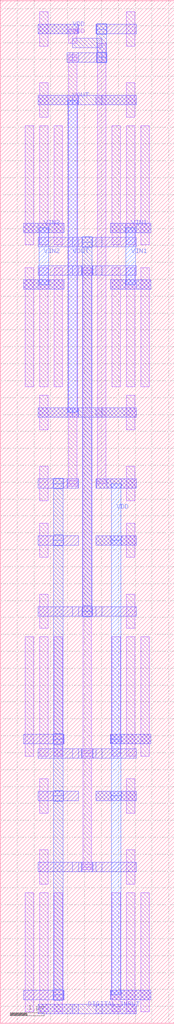
<source format=lef>
MACRO SW
  ORIGIN 0 0 ;
  FOREIGN SW 0 0 ;
  SIZE 5.16 BY 30.24 ;
  PIN VDD
    DIRECTION INOUT ;
    USE SIGNAL ;
    PORT 
      LAYER M2 ;
        RECT 3.27 0.7 4.47 0.98 ;
      LAYER M2 ;
        RECT 2.84 6.58 4.04 6.86 ;
      LAYER M2 ;
        RECT 3.27 8.26 4.47 8.54 ;
      LAYER M2 ;
        RECT 2.84 14.14 4.04 14.42 ;
      LAYER M2 ;
        RECT 2.84 15.82 4.04 16.1 ;
      LAYER M2 ;
        RECT 1.12 29.26 2.32 29.54 ;
      LAYER M2 ;
        RECT 3.28 0.7 3.6 0.98 ;
      LAYER M3 ;
        RECT 3.3 0.84 3.58 6.72 ;
      LAYER M2 ;
        RECT 3.28 6.58 3.6 6.86 ;
      LAYER M3 ;
        RECT 3.3 6.72 3.58 8.4 ;
      LAYER M2 ;
        RECT 3.28 8.26 3.6 8.54 ;
      LAYER M3 ;
        RECT 3.3 8.4 3.58 14.28 ;
      LAYER M2 ;
        RECT 3.28 14.14 3.6 14.42 ;
      LAYER M3 ;
        RECT 3.3 14.28 3.58 15.96 ;
      LAYER M2 ;
        RECT 3.28 15.82 3.6 16.1 ;
      LAYER M2 ;
        RECT 2.85 15.82 3.17 16.1 ;
      LAYER M1 ;
        RECT 2.885 15.96 3.135 28.98 ;
      LAYER M2 ;
        RECT 2.15 28.84 3.01 29.12 ;
      LAYER M1 ;
        RECT 2.025 28.98 2.275 29.4 ;
      LAYER M2 ;
        RECT 1.99 29.26 2.31 29.54 ;
    END
  END VDD
  PIN DIGITAL_INPUT
    DIRECTION INOUT ;
    USE SIGNAL ;
    PORT 
      LAYER M2 ;
        RECT 1.12 0.28 2.32 0.56 ;
      LAYER M2 ;
        RECT 2.84 0.28 4.04 0.56 ;
      LAYER M2 ;
        RECT 2.15 0.28 3.01 0.56 ;
    END
  END DIGITAL_INPUT
  PIN VOUT
    DIRECTION INOUT ;
    USE SIGNAL ;
    PORT 
      LAYER M2 ;
        RECT 1.12 17.92 2.32 18.2 ;
      LAYER M2 ;
        RECT 2.84 17.92 4.04 18.2 ;
      LAYER M2 ;
        RECT 2.15 17.92 3.01 18.2 ;
      LAYER M2 ;
        RECT 1.12 27.16 2.32 27.44 ;
      LAYER M2 ;
        RECT 2.84 27.16 4.04 27.44 ;
      LAYER M2 ;
        RECT 2.15 27.16 3.01 27.44 ;
      LAYER M2 ;
        RECT 1.99 17.92 2.31 18.2 ;
      LAYER M3 ;
        RECT 2.01 18.06 2.29 27.3 ;
      LAYER M2 ;
        RECT 1.99 27.16 2.31 27.44 ;
    END
  END VOUT
  PIN VIN2
    DIRECTION INOUT ;
    USE SIGNAL ;
    PORT 
      LAYER M2 ;
        RECT 0.69 21.7 1.89 21.98 ;
      LAYER M2 ;
        RECT 0.69 23.38 1.89 23.66 ;
      LAYER M2 ;
        RECT 1.13 21.7 1.45 21.98 ;
      LAYER M3 ;
        RECT 1.15 21.84 1.43 23.52 ;
      LAYER M2 ;
        RECT 1.13 23.38 1.45 23.66 ;
    END
  END VIN2
  PIN VIN1
    DIRECTION INOUT ;
    USE SIGNAL ;
    PORT 
      LAYER M2 ;
        RECT 3.27 21.7 4.47 21.98 ;
      LAYER M2 ;
        RECT 3.27 23.38 4.47 23.66 ;
      LAYER M2 ;
        RECT 3.71 21.7 4.03 21.98 ;
      LAYER M3 ;
        RECT 3.73 21.84 4.01 23.52 ;
      LAYER M2 ;
        RECT 3.71 23.38 4.03 23.66 ;
    END
  END VIN1
  OBS 
  LAYER M2 ;
        RECT 1.12 4.48 2.32 4.76 ;
  LAYER M2 ;
        RECT 2.84 4.48 4.04 4.76 ;
  LAYER M2 ;
        RECT 2.15 4.48 3.01 4.76 ;
  LAYER M2 ;
        RECT 1.12 7.84 2.32 8.12 ;
  LAYER M2 ;
        RECT 2.84 7.84 4.04 8.12 ;
  LAYER M2 ;
        RECT 2.15 7.84 3.01 8.12 ;
  LAYER M2 ;
        RECT 1.12 22.12 2.32 22.4 ;
  LAYER M2 ;
        RECT 2.84 22.12 4.04 22.4 ;
  LAYER M2 ;
        RECT 2.15 22.12 3.01 22.4 ;
  LAYER M2 ;
        RECT 2.42 4.48 2.74 4.76 ;
  LAYER M1 ;
        RECT 2.455 4.62 2.705 7.98 ;
  LAYER M2 ;
        RECT 2.42 7.84 2.74 8.12 ;
  LAYER M1 ;
        RECT 2.455 7.98 2.705 22.26 ;
  LAYER M2 ;
        RECT 2.42 22.12 2.74 22.4 ;
  LAYER M1 ;
        RECT 2.455 4.535 2.705 4.705 ;
  LAYER M2 ;
        RECT 2.41 4.48 2.75 4.76 ;
  LAYER M1 ;
        RECT 2.455 7.895 2.705 8.065 ;
  LAYER M2 ;
        RECT 2.41 7.84 2.75 8.12 ;
  LAYER M1 ;
        RECT 2.455 4.535 2.705 4.705 ;
  LAYER M2 ;
        RECT 2.41 4.48 2.75 4.76 ;
  LAYER M1 ;
        RECT 2.455 7.895 2.705 8.065 ;
  LAYER M2 ;
        RECT 2.41 7.84 2.75 8.12 ;
  LAYER M1 ;
        RECT 2.455 4.535 2.705 4.705 ;
  LAYER M2 ;
        RECT 2.41 4.48 2.75 4.76 ;
  LAYER M1 ;
        RECT 2.455 7.895 2.705 8.065 ;
  LAYER M2 ;
        RECT 2.41 7.84 2.75 8.12 ;
  LAYER M1 ;
        RECT 2.455 22.175 2.705 22.345 ;
  LAYER M2 ;
        RECT 2.41 22.12 2.75 22.4 ;
  LAYER M1 ;
        RECT 2.455 4.535 2.705 4.705 ;
  LAYER M2 ;
        RECT 2.41 4.48 2.75 4.76 ;
  LAYER M1 ;
        RECT 2.455 7.895 2.705 8.065 ;
  LAYER M2 ;
        RECT 2.41 7.84 2.75 8.12 ;
  LAYER M1 ;
        RECT 2.455 22.175 2.705 22.345 ;
  LAYER M2 ;
        RECT 2.41 22.12 2.75 22.4 ;
  LAYER M2 ;
        RECT 0.69 0.7 1.89 0.98 ;
  LAYER M2 ;
        RECT 1.12 6.58 2.32 6.86 ;
  LAYER M2 ;
        RECT 0.69 8.26 1.89 8.54 ;
  LAYER M2 ;
        RECT 1.12 14.14 2.32 14.42 ;
  LAYER M2 ;
        RECT 1.12 15.82 2.32 16.1 ;
  LAYER M2 ;
        RECT 2.84 29.26 4.04 29.54 ;
  LAYER M2 ;
        RECT 1.56 0.7 1.88 0.98 ;
  LAYER M3 ;
        RECT 1.58 0.84 1.86 6.72 ;
  LAYER M2 ;
        RECT 1.56 6.58 1.88 6.86 ;
  LAYER M3 ;
        RECT 1.58 6.72 1.86 8.4 ;
  LAYER M2 ;
        RECT 1.56 8.26 1.88 8.54 ;
  LAYER M3 ;
        RECT 1.58 8.4 1.86 14.28 ;
  LAYER M2 ;
        RECT 1.56 14.14 1.88 14.42 ;
  LAYER M3 ;
        RECT 1.58 14.28 1.86 15.96 ;
  LAYER M2 ;
        RECT 1.56 15.82 1.88 16.1 ;
  LAYER M2 ;
        RECT 1.99 15.82 2.31 16.1 ;
  LAYER M1 ;
        RECT 2.025 15.96 2.275 28.56 ;
  LAYER M2 ;
        RECT 2.15 28.42 3.01 28.7 ;
  LAYER M3 ;
        RECT 2.87 28.56 3.15 29.4 ;
  LAYER M2 ;
        RECT 2.85 29.26 3.17 29.54 ;
  LAYER M2 ;
        RECT 1.56 0.7 1.88 0.98 ;
  LAYER M3 ;
        RECT 1.58 0.68 1.86 1 ;
  LAYER M2 ;
        RECT 1.56 6.58 1.88 6.86 ;
  LAYER M3 ;
        RECT 1.58 6.56 1.86 6.88 ;
  LAYER M2 ;
        RECT 1.56 0.7 1.88 0.98 ;
  LAYER M3 ;
        RECT 1.58 0.68 1.86 1 ;
  LAYER M2 ;
        RECT 1.56 6.58 1.88 6.86 ;
  LAYER M3 ;
        RECT 1.58 6.56 1.86 6.88 ;
  LAYER M2 ;
        RECT 1.56 0.7 1.88 0.98 ;
  LAYER M3 ;
        RECT 1.58 0.68 1.86 1 ;
  LAYER M2 ;
        RECT 1.56 6.58 1.88 6.86 ;
  LAYER M3 ;
        RECT 1.58 6.56 1.86 6.88 ;
  LAYER M2 ;
        RECT 1.56 8.26 1.88 8.54 ;
  LAYER M3 ;
        RECT 1.58 8.24 1.86 8.56 ;
  LAYER M2 ;
        RECT 1.56 0.7 1.88 0.98 ;
  LAYER M3 ;
        RECT 1.58 0.68 1.86 1 ;
  LAYER M2 ;
        RECT 1.56 6.58 1.88 6.86 ;
  LAYER M3 ;
        RECT 1.58 6.56 1.86 6.88 ;
  LAYER M2 ;
        RECT 1.56 8.26 1.88 8.54 ;
  LAYER M3 ;
        RECT 1.58 8.24 1.86 8.56 ;
  LAYER M2 ;
        RECT 1.56 0.7 1.88 0.98 ;
  LAYER M3 ;
        RECT 1.58 0.68 1.86 1 ;
  LAYER M2 ;
        RECT 1.56 6.58 1.88 6.86 ;
  LAYER M3 ;
        RECT 1.58 6.56 1.86 6.88 ;
  LAYER M2 ;
        RECT 1.56 8.26 1.88 8.54 ;
  LAYER M3 ;
        RECT 1.58 8.24 1.86 8.56 ;
  LAYER M2 ;
        RECT 1.56 14.14 1.88 14.42 ;
  LAYER M3 ;
        RECT 1.58 14.12 1.86 14.44 ;
  LAYER M2 ;
        RECT 1.56 0.7 1.88 0.98 ;
  LAYER M3 ;
        RECT 1.58 0.68 1.86 1 ;
  LAYER M2 ;
        RECT 1.56 6.58 1.88 6.86 ;
  LAYER M3 ;
        RECT 1.58 6.56 1.86 6.88 ;
  LAYER M2 ;
        RECT 1.56 8.26 1.88 8.54 ;
  LAYER M3 ;
        RECT 1.58 8.24 1.86 8.56 ;
  LAYER M2 ;
        RECT 1.56 14.14 1.88 14.42 ;
  LAYER M3 ;
        RECT 1.58 14.12 1.86 14.44 ;
  LAYER M2 ;
        RECT 1.56 0.7 1.88 0.98 ;
  LAYER M3 ;
        RECT 1.58 0.68 1.86 1 ;
  LAYER M2 ;
        RECT 1.56 6.58 1.88 6.86 ;
  LAYER M3 ;
        RECT 1.58 6.56 1.86 6.88 ;
  LAYER M2 ;
        RECT 1.56 8.26 1.88 8.54 ;
  LAYER M3 ;
        RECT 1.58 8.24 1.86 8.56 ;
  LAYER M2 ;
        RECT 1.56 14.14 1.88 14.42 ;
  LAYER M3 ;
        RECT 1.58 14.12 1.86 14.44 ;
  LAYER M2 ;
        RECT 1.56 15.82 1.88 16.1 ;
  LAYER M3 ;
        RECT 1.58 15.8 1.86 16.12 ;
  LAYER M2 ;
        RECT 1.56 0.7 1.88 0.98 ;
  LAYER M3 ;
        RECT 1.58 0.68 1.86 1 ;
  LAYER M2 ;
        RECT 1.56 6.58 1.88 6.86 ;
  LAYER M3 ;
        RECT 1.58 6.56 1.86 6.88 ;
  LAYER M2 ;
        RECT 1.56 8.26 1.88 8.54 ;
  LAYER M3 ;
        RECT 1.58 8.24 1.86 8.56 ;
  LAYER M2 ;
        RECT 1.56 14.14 1.88 14.42 ;
  LAYER M3 ;
        RECT 1.58 14.12 1.86 14.44 ;
  LAYER M2 ;
        RECT 1.56 15.82 1.88 16.1 ;
  LAYER M3 ;
        RECT 1.58 15.8 1.86 16.12 ;
  LAYER M1 ;
        RECT 2.025 15.875 2.275 16.045 ;
  LAYER M2 ;
        RECT 1.98 15.82 2.32 16.1 ;
  LAYER M1 ;
        RECT 2.025 28.475 2.275 28.645 ;
  LAYER M2 ;
        RECT 1.98 28.42 2.32 28.7 ;
  LAYER M2 ;
        RECT 1.56 0.7 1.88 0.98 ;
  LAYER M3 ;
        RECT 1.58 0.68 1.86 1 ;
  LAYER M2 ;
        RECT 1.56 6.58 1.88 6.86 ;
  LAYER M3 ;
        RECT 1.58 6.56 1.86 6.88 ;
  LAYER M2 ;
        RECT 1.56 8.26 1.88 8.54 ;
  LAYER M3 ;
        RECT 1.58 8.24 1.86 8.56 ;
  LAYER M2 ;
        RECT 1.56 14.14 1.88 14.42 ;
  LAYER M3 ;
        RECT 1.58 14.12 1.86 14.44 ;
  LAYER M2 ;
        RECT 1.56 15.82 1.88 16.1 ;
  LAYER M3 ;
        RECT 1.58 15.8 1.86 16.12 ;
  LAYER M2 ;
        RECT 2.85 28.42 3.17 28.7 ;
  LAYER M3 ;
        RECT 2.87 28.4 3.15 28.72 ;
  LAYER M2 ;
        RECT 2.85 29.26 3.17 29.54 ;
  LAYER M3 ;
        RECT 2.87 29.24 3.15 29.56 ;
  LAYER M1 ;
        RECT 2.025 15.875 2.275 16.045 ;
  LAYER M2 ;
        RECT 1.98 15.82 2.32 16.1 ;
  LAYER M1 ;
        RECT 2.025 28.475 2.275 28.645 ;
  LAYER M2 ;
        RECT 1.98 28.42 2.32 28.7 ;
  LAYER M2 ;
        RECT 1.56 0.7 1.88 0.98 ;
  LAYER M3 ;
        RECT 1.58 0.68 1.86 1 ;
  LAYER M2 ;
        RECT 1.56 6.58 1.88 6.86 ;
  LAYER M3 ;
        RECT 1.58 6.56 1.86 6.88 ;
  LAYER M2 ;
        RECT 1.56 8.26 1.88 8.54 ;
  LAYER M3 ;
        RECT 1.58 8.24 1.86 8.56 ;
  LAYER M2 ;
        RECT 1.56 14.14 1.88 14.42 ;
  LAYER M3 ;
        RECT 1.58 14.12 1.86 14.44 ;
  LAYER M2 ;
        RECT 1.56 15.82 1.88 16.1 ;
  LAYER M3 ;
        RECT 1.58 15.8 1.86 16.12 ;
  LAYER M2 ;
        RECT 2.85 28.42 3.17 28.7 ;
  LAYER M3 ;
        RECT 2.87 28.4 3.15 28.72 ;
  LAYER M2 ;
        RECT 2.85 29.26 3.17 29.54 ;
  LAYER M3 ;
        RECT 2.87 29.24 3.15 29.56 ;
  LAYER M2 ;
        RECT 1.12 12.04 2.32 12.32 ;
  LAYER M2 ;
        RECT 2.84 12.04 4.04 12.32 ;
  LAYER M2 ;
        RECT 2.15 12.04 3.01 12.32 ;
  LAYER M2 ;
        RECT 1.12 22.96 2.32 23.24 ;
  LAYER M2 ;
        RECT 2.84 22.96 4.04 23.24 ;
  LAYER M2 ;
        RECT 2.15 22.96 3.01 23.24 ;
  LAYER M2 ;
        RECT 2.42 12.04 2.74 12.32 ;
  LAYER M3 ;
        RECT 2.44 12.18 2.72 23.1 ;
  LAYER M2 ;
        RECT 2.42 22.96 2.74 23.24 ;
  LAYER M2 ;
        RECT 2.42 12.04 2.74 12.32 ;
  LAYER M3 ;
        RECT 2.44 12.02 2.72 12.34 ;
  LAYER M2 ;
        RECT 2.42 22.96 2.74 23.24 ;
  LAYER M3 ;
        RECT 2.44 22.94 2.72 23.26 ;
  LAYER M2 ;
        RECT 2.42 12.04 2.74 12.32 ;
  LAYER M3 ;
        RECT 2.44 12.02 2.72 12.34 ;
  LAYER M2 ;
        RECT 2.42 22.96 2.74 23.24 ;
  LAYER M3 ;
        RECT 2.44 22.94 2.72 23.26 ;
  LAYER M1 ;
        RECT 3.745 0.335 3.995 3.865 ;
  LAYER M1 ;
        RECT 3.745 4.115 3.995 5.125 ;
  LAYER M1 ;
        RECT 3.745 6.215 3.995 7.225 ;
  LAYER M1 ;
        RECT 3.315 0.335 3.565 3.865 ;
  LAYER M1 ;
        RECT 4.175 0.335 4.425 3.865 ;
  LAYER M2 ;
        RECT 2.84 6.58 4.04 6.86 ;
  LAYER M2 ;
        RECT 2.84 0.28 4.04 0.56 ;
  LAYER M2 ;
        RECT 2.84 4.48 4.04 4.76 ;
  LAYER M2 ;
        RECT 3.27 0.7 4.47 0.98 ;
  LAYER M1 ;
        RECT 1.165 0.335 1.415 3.865 ;
  LAYER M1 ;
        RECT 1.165 4.115 1.415 5.125 ;
  LAYER M1 ;
        RECT 1.165 6.215 1.415 7.225 ;
  LAYER M1 ;
        RECT 1.595 0.335 1.845 3.865 ;
  LAYER M1 ;
        RECT 0.735 0.335 0.985 3.865 ;
  LAYER M2 ;
        RECT 1.12 6.58 2.32 6.86 ;
  LAYER M2 ;
        RECT 1.12 0.28 2.32 0.56 ;
  LAYER M2 ;
        RECT 1.12 4.48 2.32 4.76 ;
  LAYER M2 ;
        RECT 0.69 0.7 1.89 0.98 ;
  LAYER M1 ;
        RECT 3.745 7.895 3.995 11.425 ;
  LAYER M1 ;
        RECT 3.745 11.675 3.995 12.685 ;
  LAYER M1 ;
        RECT 3.745 13.775 3.995 14.785 ;
  LAYER M1 ;
        RECT 3.315 7.895 3.565 11.425 ;
  LAYER M1 ;
        RECT 4.175 7.895 4.425 11.425 ;
  LAYER M2 ;
        RECT 2.84 14.14 4.04 14.42 ;
  LAYER M2 ;
        RECT 2.84 7.84 4.04 8.12 ;
  LAYER M2 ;
        RECT 2.84 12.04 4.04 12.32 ;
  LAYER M2 ;
        RECT 3.27 8.26 4.47 8.54 ;
  LAYER M1 ;
        RECT 1.165 7.895 1.415 11.425 ;
  LAYER M1 ;
        RECT 1.165 11.675 1.415 12.685 ;
  LAYER M1 ;
        RECT 1.165 13.775 1.415 14.785 ;
  LAYER M1 ;
        RECT 1.595 7.895 1.845 11.425 ;
  LAYER M1 ;
        RECT 0.735 7.895 0.985 11.425 ;
  LAYER M2 ;
        RECT 1.12 14.14 2.32 14.42 ;
  LAYER M2 ;
        RECT 1.12 7.84 2.32 8.12 ;
  LAYER M2 ;
        RECT 1.12 12.04 2.32 12.32 ;
  LAYER M2 ;
        RECT 0.69 8.26 1.89 8.54 ;
  LAYER M1 ;
        RECT 3.745 18.815 3.995 22.345 ;
  LAYER M1 ;
        RECT 3.745 17.555 3.995 18.565 ;
  LAYER M1 ;
        RECT 3.745 15.455 3.995 16.465 ;
  LAYER M1 ;
        RECT 3.315 18.815 3.565 22.345 ;
  LAYER M1 ;
        RECT 4.175 18.815 4.425 22.345 ;
  LAYER M2 ;
        RECT 2.84 15.82 4.04 16.1 ;
  LAYER M2 ;
        RECT 2.84 22.12 4.04 22.4 ;
  LAYER M2 ;
        RECT 2.84 17.92 4.04 18.2 ;
  LAYER M2 ;
        RECT 3.27 21.7 4.47 21.98 ;
  LAYER M1 ;
        RECT 1.165 18.815 1.415 22.345 ;
  LAYER M1 ;
        RECT 1.165 17.555 1.415 18.565 ;
  LAYER M1 ;
        RECT 1.165 15.455 1.415 16.465 ;
  LAYER M1 ;
        RECT 1.595 18.815 1.845 22.345 ;
  LAYER M1 ;
        RECT 0.735 18.815 0.985 22.345 ;
  LAYER M2 ;
        RECT 1.12 15.82 2.32 16.1 ;
  LAYER M2 ;
        RECT 1.12 22.12 2.32 22.4 ;
  LAYER M2 ;
        RECT 1.12 17.92 2.32 18.2 ;
  LAYER M2 ;
        RECT 0.69 21.7 1.89 21.98 ;
  LAYER M1 ;
        RECT 1.165 23.015 1.415 26.545 ;
  LAYER M1 ;
        RECT 1.165 26.795 1.415 27.805 ;
  LAYER M1 ;
        RECT 1.165 28.895 1.415 29.905 ;
  LAYER M1 ;
        RECT 1.595 23.015 1.845 26.545 ;
  LAYER M1 ;
        RECT 0.735 23.015 0.985 26.545 ;
  LAYER M2 ;
        RECT 1.12 29.26 2.32 29.54 ;
  LAYER M2 ;
        RECT 1.12 22.96 2.32 23.24 ;
  LAYER M2 ;
        RECT 1.12 27.16 2.32 27.44 ;
  LAYER M2 ;
        RECT 0.69 23.38 1.89 23.66 ;
  LAYER M1 ;
        RECT 3.745 23.015 3.995 26.545 ;
  LAYER M1 ;
        RECT 3.745 26.795 3.995 27.805 ;
  LAYER M1 ;
        RECT 3.745 28.895 3.995 29.905 ;
  LAYER M1 ;
        RECT 3.315 23.015 3.565 26.545 ;
  LAYER M1 ;
        RECT 4.175 23.015 4.425 26.545 ;
  LAYER M2 ;
        RECT 2.84 29.26 4.04 29.54 ;
  LAYER M2 ;
        RECT 2.84 22.96 4.04 23.24 ;
  LAYER M2 ;
        RECT 2.84 27.16 4.04 27.44 ;
  LAYER M2 ;
        RECT 3.27 23.38 4.47 23.66 ;
  END 
END SW

</source>
